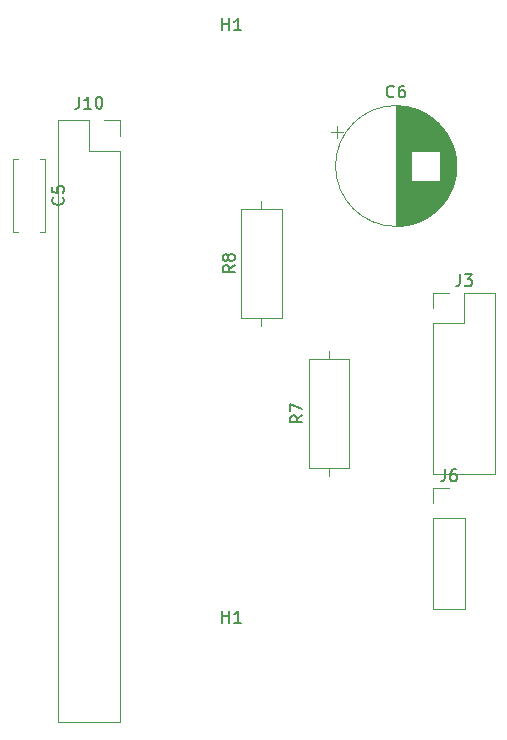
<source format=gbr>
%TF.GenerationSoftware,KiCad,Pcbnew,(5.1.12)-1*%
%TF.CreationDate,2022-06-03T18:51:51+02:00*%
%TF.ProjectId,pypilot-dome,70797069-6c6f-4742-9d64-6f6d652e6b69,rev?*%
%TF.SameCoordinates,Original*%
%TF.FileFunction,Legend,Top*%
%TF.FilePolarity,Positive*%
%FSLAX46Y46*%
G04 Gerber Fmt 4.6, Leading zero omitted, Abs format (unit mm)*
G04 Created by KiCad (PCBNEW (5.1.12)-1) date 2022-06-03 18:51:51*
%MOMM*%
%LPD*%
G01*
G04 APERTURE LIST*
%ADD10C,0.120000*%
%ADD11C,0.150000*%
G04 APERTURE END LIST*
D10*
%TO.C,R8*%
X102420000Y-40180000D02*
X105860000Y-40180000D01*
X105860000Y-40180000D02*
X105860000Y-30940000D01*
X105860000Y-30940000D02*
X102420000Y-30940000D01*
X102420000Y-30940000D02*
X102420000Y-40180000D01*
X104140000Y-40870000D02*
X104140000Y-40180000D01*
X104140000Y-30250000D02*
X104140000Y-30940000D01*
%TO.C,R7*%
X108135000Y-52880000D02*
X111575000Y-52880000D01*
X111575000Y-52880000D02*
X111575000Y-43640000D01*
X111575000Y-43640000D02*
X108135000Y-43640000D01*
X108135000Y-43640000D02*
X108135000Y-52880000D01*
X109855000Y-53570000D02*
X109855000Y-52880000D01*
X109855000Y-42950000D02*
X109855000Y-43640000D01*
%TO.C,J10*%
X86935000Y-23435000D02*
X89535000Y-23435000D01*
X86935000Y-23435000D02*
X86935000Y-74355000D01*
X86935000Y-74355000D02*
X92135000Y-74355000D01*
X92135000Y-26035000D02*
X92135000Y-74355000D01*
X89535000Y-26035000D02*
X92135000Y-26035000D01*
X89535000Y-23435000D02*
X89535000Y-26035000D01*
X92135000Y-23435000D02*
X92135000Y-24765000D01*
X90805000Y-23435000D02*
X92135000Y-23435000D01*
%TO.C,J6*%
X118685000Y-64830000D02*
X121345000Y-64830000D01*
X118685000Y-57150000D02*
X118685000Y-64830000D01*
X121345000Y-57150000D02*
X121345000Y-64830000D01*
X118685000Y-57150000D02*
X121345000Y-57150000D01*
X118685000Y-55880000D02*
X118685000Y-54550000D01*
X118685000Y-54550000D02*
X120015000Y-54550000D01*
%TO.C,J3*%
X118685000Y-53400000D02*
X123885000Y-53400000D01*
X118685000Y-40640000D02*
X118685000Y-53400000D01*
X123885000Y-38040000D02*
X123885000Y-53400000D01*
X118685000Y-40640000D02*
X121285000Y-40640000D01*
X121285000Y-40640000D02*
X121285000Y-38040000D01*
X121285000Y-38040000D02*
X123885000Y-38040000D01*
X118685000Y-39370000D02*
X118685000Y-38040000D01*
X118685000Y-38040000D02*
X120015000Y-38040000D01*
%TO.C,C6*%
X120650000Y-27305000D02*
G75*
G03*
X120650000Y-27305000I-5120000J0D01*
G01*
X115530000Y-22225000D02*
X115530000Y-32385000D01*
X115570000Y-22225000D02*
X115570000Y-32385000D01*
X115610000Y-22225000D02*
X115610000Y-32385000D01*
X115650000Y-22226000D02*
X115650000Y-32384000D01*
X115690000Y-22227000D02*
X115690000Y-32383000D01*
X115730000Y-22228000D02*
X115730000Y-32382000D01*
X115770000Y-22230000D02*
X115770000Y-32380000D01*
X115810000Y-22232000D02*
X115810000Y-32378000D01*
X115850000Y-22235000D02*
X115850000Y-32375000D01*
X115890000Y-22237000D02*
X115890000Y-32373000D01*
X115930000Y-22240000D02*
X115930000Y-32370000D01*
X115970000Y-22243000D02*
X115970000Y-32367000D01*
X116010000Y-22247000D02*
X116010000Y-32363000D01*
X116050000Y-22251000D02*
X116050000Y-32359000D01*
X116090000Y-22255000D02*
X116090000Y-32355000D01*
X116130000Y-22260000D02*
X116130000Y-32350000D01*
X116170000Y-22265000D02*
X116170000Y-32345000D01*
X116210000Y-22270000D02*
X116210000Y-32340000D01*
X116251000Y-22275000D02*
X116251000Y-32335000D01*
X116291000Y-22281000D02*
X116291000Y-32329000D01*
X116331000Y-22287000D02*
X116331000Y-32323000D01*
X116371000Y-22294000D02*
X116371000Y-32316000D01*
X116411000Y-22301000D02*
X116411000Y-32309000D01*
X116451000Y-22308000D02*
X116451000Y-32302000D01*
X116491000Y-22315000D02*
X116491000Y-32295000D01*
X116531000Y-22323000D02*
X116531000Y-32287000D01*
X116571000Y-22331000D02*
X116571000Y-32279000D01*
X116611000Y-22340000D02*
X116611000Y-32270000D01*
X116651000Y-22349000D02*
X116651000Y-32261000D01*
X116691000Y-22358000D02*
X116691000Y-32252000D01*
X116731000Y-22367000D02*
X116731000Y-32243000D01*
X116771000Y-22377000D02*
X116771000Y-32233000D01*
X116811000Y-22387000D02*
X116811000Y-26064000D01*
X116811000Y-28546000D02*
X116811000Y-32223000D01*
X116851000Y-22398000D02*
X116851000Y-26064000D01*
X116851000Y-28546000D02*
X116851000Y-32212000D01*
X116891000Y-22408000D02*
X116891000Y-26064000D01*
X116891000Y-28546000D02*
X116891000Y-32202000D01*
X116931000Y-22420000D02*
X116931000Y-26064000D01*
X116931000Y-28546000D02*
X116931000Y-32190000D01*
X116971000Y-22431000D02*
X116971000Y-26064000D01*
X116971000Y-28546000D02*
X116971000Y-32179000D01*
X117011000Y-22443000D02*
X117011000Y-26064000D01*
X117011000Y-28546000D02*
X117011000Y-32167000D01*
X117051000Y-22455000D02*
X117051000Y-26064000D01*
X117051000Y-28546000D02*
X117051000Y-32155000D01*
X117091000Y-22468000D02*
X117091000Y-26064000D01*
X117091000Y-28546000D02*
X117091000Y-32142000D01*
X117131000Y-22481000D02*
X117131000Y-26064000D01*
X117131000Y-28546000D02*
X117131000Y-32129000D01*
X117171000Y-22494000D02*
X117171000Y-26064000D01*
X117171000Y-28546000D02*
X117171000Y-32116000D01*
X117211000Y-22508000D02*
X117211000Y-26064000D01*
X117211000Y-28546000D02*
X117211000Y-32102000D01*
X117251000Y-22522000D02*
X117251000Y-26064000D01*
X117251000Y-28546000D02*
X117251000Y-32088000D01*
X117291000Y-22537000D02*
X117291000Y-26064000D01*
X117291000Y-28546000D02*
X117291000Y-32073000D01*
X117331000Y-22551000D02*
X117331000Y-26064000D01*
X117331000Y-28546000D02*
X117331000Y-32059000D01*
X117371000Y-22567000D02*
X117371000Y-26064000D01*
X117371000Y-28546000D02*
X117371000Y-32043000D01*
X117411000Y-22582000D02*
X117411000Y-26064000D01*
X117411000Y-28546000D02*
X117411000Y-32028000D01*
X117451000Y-22598000D02*
X117451000Y-26064000D01*
X117451000Y-28546000D02*
X117451000Y-32012000D01*
X117491000Y-22615000D02*
X117491000Y-26064000D01*
X117491000Y-28546000D02*
X117491000Y-31995000D01*
X117531000Y-22631000D02*
X117531000Y-26064000D01*
X117531000Y-28546000D02*
X117531000Y-31979000D01*
X117571000Y-22648000D02*
X117571000Y-26064000D01*
X117571000Y-28546000D02*
X117571000Y-31962000D01*
X117611000Y-22666000D02*
X117611000Y-26064000D01*
X117611000Y-28546000D02*
X117611000Y-31944000D01*
X117651000Y-22684000D02*
X117651000Y-26064000D01*
X117651000Y-28546000D02*
X117651000Y-31926000D01*
X117691000Y-22702000D02*
X117691000Y-26064000D01*
X117691000Y-28546000D02*
X117691000Y-31908000D01*
X117731000Y-22721000D02*
X117731000Y-26064000D01*
X117731000Y-28546000D02*
X117731000Y-31889000D01*
X117771000Y-22741000D02*
X117771000Y-26064000D01*
X117771000Y-28546000D02*
X117771000Y-31869000D01*
X117811000Y-22760000D02*
X117811000Y-26064000D01*
X117811000Y-28546000D02*
X117811000Y-31850000D01*
X117851000Y-22780000D02*
X117851000Y-26064000D01*
X117851000Y-28546000D02*
X117851000Y-31830000D01*
X117891000Y-22801000D02*
X117891000Y-26064000D01*
X117891000Y-28546000D02*
X117891000Y-31809000D01*
X117931000Y-22822000D02*
X117931000Y-26064000D01*
X117931000Y-28546000D02*
X117931000Y-31788000D01*
X117971000Y-22843000D02*
X117971000Y-26064000D01*
X117971000Y-28546000D02*
X117971000Y-31767000D01*
X118011000Y-22865000D02*
X118011000Y-26064000D01*
X118011000Y-28546000D02*
X118011000Y-31745000D01*
X118051000Y-22888000D02*
X118051000Y-26064000D01*
X118051000Y-28546000D02*
X118051000Y-31722000D01*
X118091000Y-22910000D02*
X118091000Y-26064000D01*
X118091000Y-28546000D02*
X118091000Y-31700000D01*
X118131000Y-22934000D02*
X118131000Y-26064000D01*
X118131000Y-28546000D02*
X118131000Y-31676000D01*
X118171000Y-22958000D02*
X118171000Y-26064000D01*
X118171000Y-28546000D02*
X118171000Y-31652000D01*
X118211000Y-22982000D02*
X118211000Y-26064000D01*
X118211000Y-28546000D02*
X118211000Y-31628000D01*
X118251000Y-23007000D02*
X118251000Y-26064000D01*
X118251000Y-28546000D02*
X118251000Y-31603000D01*
X118291000Y-23032000D02*
X118291000Y-26064000D01*
X118291000Y-28546000D02*
X118291000Y-31578000D01*
X118331000Y-23058000D02*
X118331000Y-26064000D01*
X118331000Y-28546000D02*
X118331000Y-31552000D01*
X118371000Y-23084000D02*
X118371000Y-26064000D01*
X118371000Y-28546000D02*
X118371000Y-31526000D01*
X118411000Y-23111000D02*
X118411000Y-26064000D01*
X118411000Y-28546000D02*
X118411000Y-31499000D01*
X118451000Y-23139000D02*
X118451000Y-26064000D01*
X118451000Y-28546000D02*
X118451000Y-31471000D01*
X118491000Y-23167000D02*
X118491000Y-26064000D01*
X118491000Y-28546000D02*
X118491000Y-31443000D01*
X118531000Y-23195000D02*
X118531000Y-26064000D01*
X118531000Y-28546000D02*
X118531000Y-31415000D01*
X118571000Y-23225000D02*
X118571000Y-26064000D01*
X118571000Y-28546000D02*
X118571000Y-31385000D01*
X118611000Y-23255000D02*
X118611000Y-26064000D01*
X118611000Y-28546000D02*
X118611000Y-31355000D01*
X118651000Y-23285000D02*
X118651000Y-26064000D01*
X118651000Y-28546000D02*
X118651000Y-31325000D01*
X118691000Y-23316000D02*
X118691000Y-26064000D01*
X118691000Y-28546000D02*
X118691000Y-31294000D01*
X118731000Y-23348000D02*
X118731000Y-26064000D01*
X118731000Y-28546000D02*
X118731000Y-31262000D01*
X118771000Y-23380000D02*
X118771000Y-26064000D01*
X118771000Y-28546000D02*
X118771000Y-31230000D01*
X118811000Y-23413000D02*
X118811000Y-26064000D01*
X118811000Y-28546000D02*
X118811000Y-31197000D01*
X118851000Y-23447000D02*
X118851000Y-26064000D01*
X118851000Y-28546000D02*
X118851000Y-31163000D01*
X118891000Y-23481000D02*
X118891000Y-26064000D01*
X118891000Y-28546000D02*
X118891000Y-31129000D01*
X118931000Y-23516000D02*
X118931000Y-26064000D01*
X118931000Y-28546000D02*
X118931000Y-31094000D01*
X118971000Y-23552000D02*
X118971000Y-26064000D01*
X118971000Y-28546000D02*
X118971000Y-31058000D01*
X119011000Y-23589000D02*
X119011000Y-26064000D01*
X119011000Y-28546000D02*
X119011000Y-31021000D01*
X119051000Y-23626000D02*
X119051000Y-26064000D01*
X119051000Y-28546000D02*
X119051000Y-30984000D01*
X119091000Y-23665000D02*
X119091000Y-26064000D01*
X119091000Y-28546000D02*
X119091000Y-30945000D01*
X119131000Y-23704000D02*
X119131000Y-26064000D01*
X119131000Y-28546000D02*
X119131000Y-30906000D01*
X119171000Y-23744000D02*
X119171000Y-26064000D01*
X119171000Y-28546000D02*
X119171000Y-30866000D01*
X119211000Y-23785000D02*
X119211000Y-26064000D01*
X119211000Y-28546000D02*
X119211000Y-30825000D01*
X119251000Y-23827000D02*
X119251000Y-26064000D01*
X119251000Y-28546000D02*
X119251000Y-30783000D01*
X119291000Y-23869000D02*
X119291000Y-30741000D01*
X119331000Y-23913000D02*
X119331000Y-30697000D01*
X119371000Y-23958000D02*
X119371000Y-30652000D01*
X119411000Y-24004000D02*
X119411000Y-30606000D01*
X119451000Y-24051000D02*
X119451000Y-30559000D01*
X119491000Y-24099000D02*
X119491000Y-30511000D01*
X119531000Y-24149000D02*
X119531000Y-30461000D01*
X119571000Y-24199000D02*
X119571000Y-30411000D01*
X119611000Y-24251000D02*
X119611000Y-30359000D01*
X119651000Y-24305000D02*
X119651000Y-30305000D01*
X119691000Y-24360000D02*
X119691000Y-30250000D01*
X119731000Y-24416000D02*
X119731000Y-30194000D01*
X119771000Y-24475000D02*
X119771000Y-30135000D01*
X119811000Y-24535000D02*
X119811000Y-30075000D01*
X119851000Y-24596000D02*
X119851000Y-30014000D01*
X119891000Y-24660000D02*
X119891000Y-29950000D01*
X119931000Y-24726000D02*
X119931000Y-29884000D01*
X119971000Y-24795000D02*
X119971000Y-29815000D01*
X120011000Y-24866000D02*
X120011000Y-29744000D01*
X120051000Y-24940000D02*
X120051000Y-29670000D01*
X120091000Y-25016000D02*
X120091000Y-29594000D01*
X120131000Y-25096000D02*
X120131000Y-29514000D01*
X120171000Y-25180000D02*
X120171000Y-29430000D01*
X120211000Y-25268000D02*
X120211000Y-29342000D01*
X120251000Y-25361000D02*
X120251000Y-29249000D01*
X120291000Y-25459000D02*
X120291000Y-29151000D01*
X120331000Y-25563000D02*
X120331000Y-29047000D01*
X120371000Y-25675000D02*
X120371000Y-28935000D01*
X120411000Y-25795000D02*
X120411000Y-28815000D01*
X120451000Y-25927000D02*
X120451000Y-28683000D01*
X120491000Y-26075000D02*
X120491000Y-28535000D01*
X120531000Y-26243000D02*
X120531000Y-28367000D01*
X120571000Y-26443000D02*
X120571000Y-28167000D01*
X120611000Y-26706000D02*
X120611000Y-27904000D01*
X110050354Y-24430000D02*
X111050354Y-24430000D01*
X110550354Y-23930000D02*
X110550354Y-24930000D01*
%TO.C,C5*%
X85825000Y-26685000D02*
X85825000Y-32925000D01*
X83085000Y-26685000D02*
X83085000Y-32925000D01*
X85825000Y-26685000D02*
X85380000Y-26685000D01*
X83530000Y-26685000D02*
X83085000Y-26685000D01*
X85825000Y-32925000D02*
X85380000Y-32925000D01*
X83530000Y-32925000D02*
X83085000Y-32925000D01*
%TO.C,R8*%
D11*
X101872380Y-35726666D02*
X101396190Y-36060000D01*
X101872380Y-36298095D02*
X100872380Y-36298095D01*
X100872380Y-35917142D01*
X100920000Y-35821904D01*
X100967619Y-35774285D01*
X101062857Y-35726666D01*
X101205714Y-35726666D01*
X101300952Y-35774285D01*
X101348571Y-35821904D01*
X101396190Y-35917142D01*
X101396190Y-36298095D01*
X101300952Y-35155238D02*
X101253333Y-35250476D01*
X101205714Y-35298095D01*
X101110476Y-35345714D01*
X101062857Y-35345714D01*
X100967619Y-35298095D01*
X100920000Y-35250476D01*
X100872380Y-35155238D01*
X100872380Y-34964761D01*
X100920000Y-34869523D01*
X100967619Y-34821904D01*
X101062857Y-34774285D01*
X101110476Y-34774285D01*
X101205714Y-34821904D01*
X101253333Y-34869523D01*
X101300952Y-34964761D01*
X101300952Y-35155238D01*
X101348571Y-35250476D01*
X101396190Y-35298095D01*
X101491428Y-35345714D01*
X101681904Y-35345714D01*
X101777142Y-35298095D01*
X101824761Y-35250476D01*
X101872380Y-35155238D01*
X101872380Y-34964761D01*
X101824761Y-34869523D01*
X101777142Y-34821904D01*
X101681904Y-34774285D01*
X101491428Y-34774285D01*
X101396190Y-34821904D01*
X101348571Y-34869523D01*
X101300952Y-34964761D01*
%TO.C,R7*%
X107587380Y-48426666D02*
X107111190Y-48760000D01*
X107587380Y-48998095D02*
X106587380Y-48998095D01*
X106587380Y-48617142D01*
X106635000Y-48521904D01*
X106682619Y-48474285D01*
X106777857Y-48426666D01*
X106920714Y-48426666D01*
X107015952Y-48474285D01*
X107063571Y-48521904D01*
X107111190Y-48617142D01*
X107111190Y-48998095D01*
X106587380Y-48093333D02*
X106587380Y-47426666D01*
X107587380Y-47855238D01*
%TO.C,J10*%
X88725476Y-21447380D02*
X88725476Y-22161666D01*
X88677857Y-22304523D01*
X88582619Y-22399761D01*
X88439761Y-22447380D01*
X88344523Y-22447380D01*
X89725476Y-22447380D02*
X89154047Y-22447380D01*
X89439761Y-22447380D02*
X89439761Y-21447380D01*
X89344523Y-21590238D01*
X89249285Y-21685476D01*
X89154047Y-21733095D01*
X90344523Y-21447380D02*
X90439761Y-21447380D01*
X90535000Y-21495000D01*
X90582619Y-21542619D01*
X90630238Y-21637857D01*
X90677857Y-21828333D01*
X90677857Y-22066428D01*
X90630238Y-22256904D01*
X90582619Y-22352142D01*
X90535000Y-22399761D01*
X90439761Y-22447380D01*
X90344523Y-22447380D01*
X90249285Y-22399761D01*
X90201666Y-22352142D01*
X90154047Y-22256904D01*
X90106428Y-22066428D01*
X90106428Y-21828333D01*
X90154047Y-21637857D01*
X90201666Y-21542619D01*
X90249285Y-21495000D01*
X90344523Y-21447380D01*
%TO.C,J6*%
X119681666Y-53002380D02*
X119681666Y-53716666D01*
X119634047Y-53859523D01*
X119538809Y-53954761D01*
X119395952Y-54002380D01*
X119300714Y-54002380D01*
X120586428Y-53002380D02*
X120395952Y-53002380D01*
X120300714Y-53050000D01*
X120253095Y-53097619D01*
X120157857Y-53240476D01*
X120110238Y-53430952D01*
X120110238Y-53811904D01*
X120157857Y-53907142D01*
X120205476Y-53954761D01*
X120300714Y-54002380D01*
X120491190Y-54002380D01*
X120586428Y-53954761D01*
X120634047Y-53907142D01*
X120681666Y-53811904D01*
X120681666Y-53573809D01*
X120634047Y-53478571D01*
X120586428Y-53430952D01*
X120491190Y-53383333D01*
X120300714Y-53383333D01*
X120205476Y-53430952D01*
X120157857Y-53478571D01*
X120110238Y-53573809D01*
%TO.C,J3*%
X120951666Y-36492380D02*
X120951666Y-37206666D01*
X120904047Y-37349523D01*
X120808809Y-37444761D01*
X120665952Y-37492380D01*
X120570714Y-37492380D01*
X121332619Y-36492380D02*
X121951666Y-36492380D01*
X121618333Y-36873333D01*
X121761190Y-36873333D01*
X121856428Y-36920952D01*
X121904047Y-36968571D01*
X121951666Y-37063809D01*
X121951666Y-37301904D01*
X121904047Y-37397142D01*
X121856428Y-37444761D01*
X121761190Y-37492380D01*
X121475476Y-37492380D01*
X121380238Y-37444761D01*
X121332619Y-37397142D01*
%TO.C,C6*%
X115363333Y-21412142D02*
X115315714Y-21459761D01*
X115172857Y-21507380D01*
X115077619Y-21507380D01*
X114934761Y-21459761D01*
X114839523Y-21364523D01*
X114791904Y-21269285D01*
X114744285Y-21078809D01*
X114744285Y-20935952D01*
X114791904Y-20745476D01*
X114839523Y-20650238D01*
X114934761Y-20555000D01*
X115077619Y-20507380D01*
X115172857Y-20507380D01*
X115315714Y-20555000D01*
X115363333Y-20602619D01*
X116220476Y-20507380D02*
X116030000Y-20507380D01*
X115934761Y-20555000D01*
X115887142Y-20602619D01*
X115791904Y-20745476D01*
X115744285Y-20935952D01*
X115744285Y-21316904D01*
X115791904Y-21412142D01*
X115839523Y-21459761D01*
X115934761Y-21507380D01*
X116125238Y-21507380D01*
X116220476Y-21459761D01*
X116268095Y-21412142D01*
X116315714Y-21316904D01*
X116315714Y-21078809D01*
X116268095Y-20983571D01*
X116220476Y-20935952D01*
X116125238Y-20888333D01*
X115934761Y-20888333D01*
X115839523Y-20935952D01*
X115791904Y-20983571D01*
X115744285Y-21078809D01*
%TO.C,C5*%
X87312142Y-29971666D02*
X87359761Y-30019285D01*
X87407380Y-30162142D01*
X87407380Y-30257380D01*
X87359761Y-30400238D01*
X87264523Y-30495476D01*
X87169285Y-30543095D01*
X86978809Y-30590714D01*
X86835952Y-30590714D01*
X86645476Y-30543095D01*
X86550238Y-30495476D01*
X86455000Y-30400238D01*
X86407380Y-30257380D01*
X86407380Y-30162142D01*
X86455000Y-30019285D01*
X86502619Y-29971666D01*
X86407380Y-29066904D02*
X86407380Y-29543095D01*
X86883571Y-29590714D01*
X86835952Y-29543095D01*
X86788333Y-29447857D01*
X86788333Y-29209761D01*
X86835952Y-29114523D01*
X86883571Y-29066904D01*
X86978809Y-29019285D01*
X87216904Y-29019285D01*
X87312142Y-29066904D01*
X87359761Y-29114523D01*
X87407380Y-29209761D01*
X87407380Y-29447857D01*
X87359761Y-29543095D01*
X87312142Y-29590714D01*
%TO.C,H1*%
X100838095Y-65967380D02*
X100838095Y-64967380D01*
X100838095Y-65443571D02*
X101409523Y-65443571D01*
X101409523Y-65967380D02*
X101409523Y-64967380D01*
X102409523Y-65967380D02*
X101838095Y-65967380D01*
X102123809Y-65967380D02*
X102123809Y-64967380D01*
X102028571Y-65110238D01*
X101933333Y-65205476D01*
X101838095Y-65253095D01*
X100838095Y-15802380D02*
X100838095Y-14802380D01*
X100838095Y-15278571D02*
X101409523Y-15278571D01*
X101409523Y-15802380D02*
X101409523Y-14802380D01*
X102409523Y-15802380D02*
X101838095Y-15802380D01*
X102123809Y-15802380D02*
X102123809Y-14802380D01*
X102028571Y-14945238D01*
X101933333Y-15040476D01*
X101838095Y-15088095D01*
%TD*%
M02*

</source>
